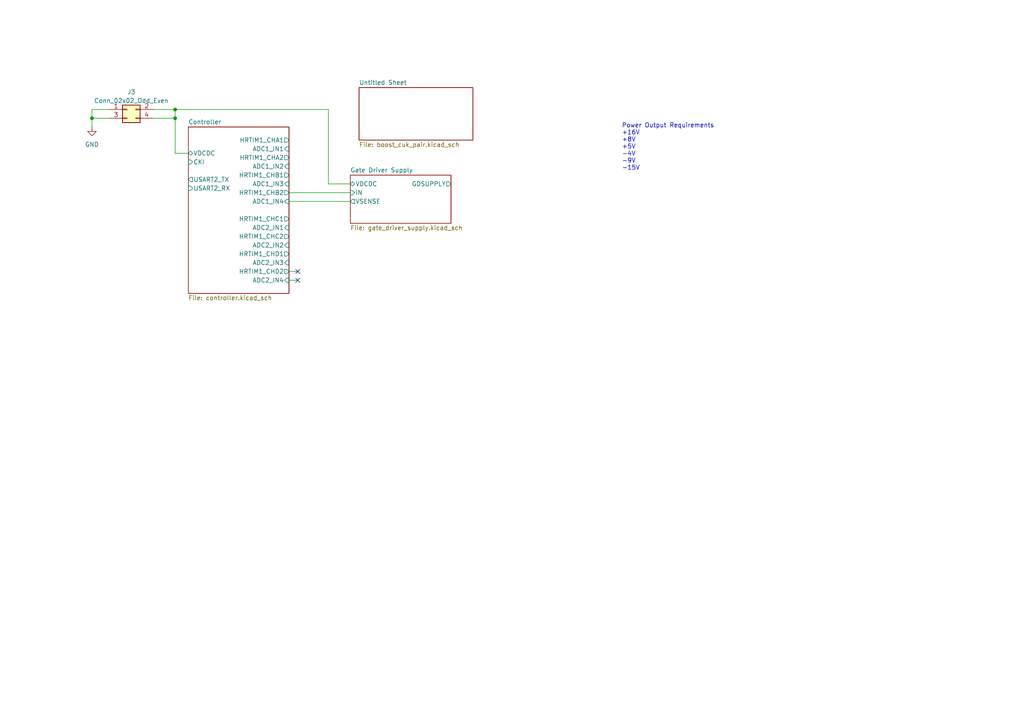
<source format=kicad_sch>
(kicad_sch (version 20230121) (generator eeschema)
  (paper "A4")
  (lib_symbols
    (symbol "Connector_Generic:Conn_02x02_Odd_Even" (pin_names (offset 1.016) hide)
      (property "Reference" "J" (at 1.27 2.54 0))
      (property "Value" "Conn_02x02_Odd_Even" (at 1.27 -5.08 0))
      (symbol "Conn_02x02_Odd_Even_1_1"
        (rectangle (start -1.27 -2.413) (end 0 -2.667) (stroke (width 0.1524)))
        (rectangle (start -1.27 0.127) (end 0 -0.127) (stroke (width 0.1524)))
        (rectangle (start -1.27 1.27) (end 3.81 -3.81) (stroke (width 0.254)) (fill (type background)))
        (rectangle (start 3.81 -2.413) (end 2.54 -2.667) (stroke (width 0.1524)))
        (rectangle (start 3.81 0.127) (end 2.54 -0.127) (stroke (width 0.1524)))
        (pin passive line (at -5.08 0 0) (length 3.81) (name "Pin_1") (number "1"))
        (pin passive line (at 7.62 0 180) (length 3.81) (name "Pin_2") (number "2"))
        (pin passive line (at -5.08 -2.54 0) (length 3.81) (name "Pin_3") (number "3"))
        (pin passive line (at 7.62 -2.54 180) (length 3.81) (name "Pin_4") (number "4"))
      )
    )
    (symbol "power:GND" (power) (pin_names (offset 0))
      (property "Value" "GND" (at 0 -3.81 0))
      (symbol "GND_0_1"
        (polyline (pts (xy 0 0) (xy 0 -1.27) (xy 1.27 -1.27) (xy 0 -2.54) (xy -1.27 -1.27) (xy 0 -1.27)))
      )
      (symbol "GND_1_1"
        (pin power_in line (at 0 0 270) (length 0) hide (name "GND") (number "1"))
      )
    )
  )
  (junction (at 50.8 34.29))
  (junction (at 26.67 34.29))
  (junction (at 50.8 31.75))
  (no_connect (at 86.36 81.28))
  (no_connect (at 86.36 78.74))
  (wire (pts (xy 50.8 34.29) (xy 50.8 44.45)))
  (wire (pts (xy 95.25 53.34) (xy 95.25 31.75)))
  (wire (pts (xy 83.82 55.88) (xy 101.6 55.88)))
  (wire (pts (xy 95.25 31.75) (xy 50.8 31.75)))
  (wire (pts (xy 44.45 34.29) (xy 50.8 34.29)))
  (wire (pts (xy 50.8 44.45) (xy 54.61 44.45)))
  (wire (pts (xy 50.8 31.75) (xy 50.8 34.29)))
  (wire (pts (xy 26.67 31.75) (xy 26.67 34.29)))
  (wire (pts (xy 101.6 53.34) (xy 95.25 53.34)))
  (wire (pts (xy 83.82 78.74) (xy 86.36 78.74)))
  (wire (pts (xy 83.82 81.28) (xy 86.36 81.28)))
  (wire (pts (xy 31.75 31.75) (xy 26.67 31.75)))
  (wire (pts (xy 44.45 31.75) (xy 50.8 31.75)))
  (wire (pts (xy 26.67 34.29) (xy 31.75 34.29)))
  (wire (pts (xy 83.82 58.42) (xy 101.6 58.42)))
  (wire (pts (xy 26.67 34.29) (xy 26.67 36.83)))
  (text "Power Output Requirements\n+16V\n+8V\n+5V\n-4V\n-9V\n-15V" (at 180.34 49.53 0) (effects (font (size 1.27 1.27)) (justify left bottom)))
  (symbol (lib_id "Connector_Generic:Conn_02x02_Odd_Even") (at 36.83 31.75 0) (unit 1)
    (property "Reference" "J3" (at 38.1 26.67 0))
    (property "Value" "Conn_02x02_Odd_Even" (at 38.1 29.21 0))
    (property "Footprint" "Connector_PinSocket_2.54mm:PinSocket_2x02_P2.54mm_Vertical" (effects hide))
  )
  (symbol (lib_id "power:GND") (at 26.67 36.83 0) (unit 1)
    (property "Reference" "#PWR032" (effects hide))
    (property "Value" "GND" (at 26.67 41.91 0))
  )
  (sheet (at 54.61 36.83) (size 29.21 48.26) (stroke (width 0.1524))
    (property "Sheetname" "Controller" (at 54.61 36.1184 0) (effects (justify left bottom)))
    (property "Sheetfile" "controller.kicad_sch" (at 54.61 85.6746 0) (effects (justify left top)))
    (pin "CKI" input (at 54.61 46.99 180))
    (pin "VDCDC" bidirectional (at 54.61 44.45 180))
    (pin "USART2_TX" output (at 54.61 52.07 180))
    (pin "USART2_RX" input (at 54.61 54.61 180))
    (pin "ADC2_IN2" input (at 83.82 71.12 0))
    (pin "ADC2_IN1" input (at 83.82 66.04 0))
    (pin "ADC2_IN3" input (at 83.82 76.2 0))
    (pin "ADC1_IN2" input (at 83.82 48.26 0))
    (pin "ADC1_IN4" input (at 83.82 58.42 0))
    (pin "ADC1_IN3" input (at 83.82 53.34 0))
    (pin "ADC1_IN1" input (at 83.82 43.18 0))
    (pin "ADC2_IN4" input (at 83.82 81.28 0))
    (pin "HRTIM1_CHA1" output (at 83.82 40.64 0))
    (pin "HRTIM1_CHB2" output (at 83.82 55.88 0))
    (pin "HRTIM1_CHB1" output (at 83.82 50.8 0))
    (pin "HRTIM1_CHA2" output (at 83.82 45.72 0))
    (pin "HRTIM1_CHC2" output (at 83.82 68.58 0))
    (pin "HRTIM1_CHC1" output (at 83.82 63.5 0))
    (pin "HRTIM1_CHD2" output (at 83.82 78.74 0))
    (pin "HRTIM1_CHD1" output (at 83.82 73.66 0))
  )
  (sheet (at 101.6 50.8) (size 29.21 13.97) (stroke (width 0.1524))
    (property "Sheetname" "Gate Driver Supply" (at 101.6 50.0884 0) (effects (justify left bottom)))
    (property "Sheetfile" "gate_driver_supply.kicad_sch" (at 101.6 65.3546 0) (effects (justify left top)))
    (pin "GDSUPPLY" output (at 130.81 53.34 0))
    (pin "VDCDC" bidirectional (at 101.6 53.34 180))
    (pin "IN" input (at 101.6 55.88 180))
    (pin "VSENSE" output (at 101.6 58.42 180))
  )
  (sheet (at 104.14 25.4) (size 33.02 15.24) (stroke (width 0.1524))
    (property "Sheetname" "Untitled Sheet" (at 104.14 24.6884 0) (effects (justify left bottom)))
    (property "Sheetfile" "boost_cuk_pair.kicad_sch" (at 104.14 41.2246 0) (effects (justify left top)))
  )
)
</source>
